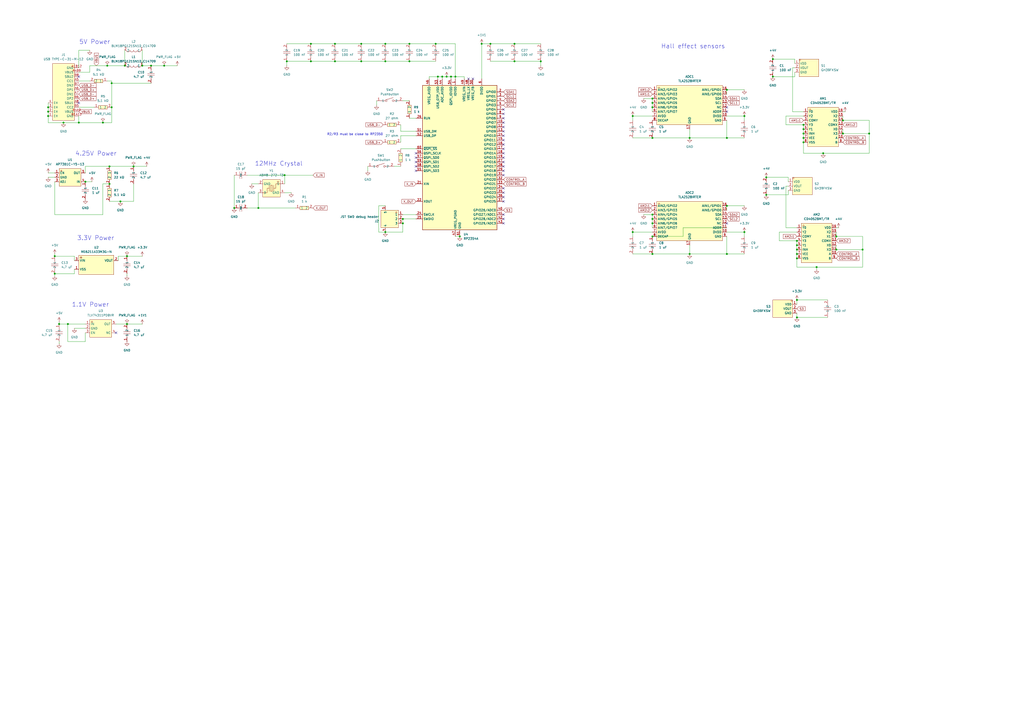
<source format=kicad_sch>
(kicad_sch (version 20250114) (generator "eeschema") (generator_version "9.0")
  (paper "A2")
  (title_block (title "https://github.com/DumpsterDoofus/keyboard_accordion"))
  (text "R2/R3 must be close to RP2350\n" (at 189.738 78.74 0) (effects (font (size 1.27 1.27)) (justify left bottom)))
  (text "4.25V Power" (at 43.688 90.678 0) (effects (font (size 2.54 2.54)) (justify left bottom)))
  (text "5V Power" (at 45.974 25.908 0) (effects (font (size 2.54 2.54)) (justify left bottom)))
  (text "3.3V Power" (at 44.704 139.7 0) (effects (font (size 2.54 2.54)) (justify left bottom)))
  (text "12MHz Crystal" (at 147.828 96.52 0) (effects (font (size 2.54 2.54)) (justify left bottom)))
  (text "Hall effect sensors" (at 383.54 28.448 0) (effects (font (size 2.54 2.54)) (justify left bottom)))
  (text "1.1V Power" (at 41.656 178.308 0) (effects (font (size 2.54 2.54)) (justify left bottom)))
  (junction (at 378.46 59.69))
  (junction (at 27.94 64.77))
  (junction (at 466.09 74.93))
  (junction (at 500.38 144.78))
  (junction (at 45.72 71.12))
  (junction (at 261.62 44.45))
  (junction (at 466.09 77.47))
  (junction (at 421.64 52.07))
  (junction (at 485.14 144.78))
  (junction (at 209.55 25.4))
  (junction (at 27.94 62.23))
  (junction (at 477.52 88.9))
  (junction (at 444.5 113.03))
  (junction (at 284.48 25.4))
  (junction (at 31.75 148.59))
  (junction (at 34.29 187.96))
  (junction (at 180.34 35.56))
  (junction (at 466.09 72.39))
  (junction (at 462.28 144.78))
  (junction (at 264.16 44.45))
  (junction (at 237.49 35.56))
  (junction (at 194.31 25.4))
  (junction (at 233.68 127))
  (junction (at 504.19 77.47))
  (junction (at 462.28 139.7))
  (junction (at 378.46 80.01))
  (junction (at 69.85 116.84))
  (junction (at 180.34 25.4))
  (junction (at 149.86 120.65))
  (junction (at 72.39 38.1))
  (junction (at 431.8 134.62))
  (junction (at 462.28 142.24))
  (junction (at 209.55 35.56))
  (junction (at 223.52 35.56))
  (junction (at 378.46 57.15))
  (junction (at 73.66 187.96))
  (junction (at 39.37 187.96))
  (junction (at 259.08 44.45))
  (junction (at 64.77 48.26))
  (junction (at 462.28 147.32))
  (junction (at 462.28 184.15))
  (junction (at 378.46 62.23))
  (junction (at 64.77 62.23))
  (junction (at 448.31 34.29))
  (junction (at 63.5 96.52))
  (junction (at 466.09 82.55))
  (junction (at 485.14 137.16))
  (junction (at 266.7 137.16))
  (junction (at 313.69 35.56))
  (junction (at 378.46 137.16))
  (junction (at 473.71 154.94))
  (junction (at 298.45 35.56))
  (junction (at 77.47 96.52))
  (junction (at 378.46 147.32))
  (junction (at 298.45 25.4))
  (junction (at 194.31 35.56))
  (junction (at 444.5 102.87))
  (junction (at 367.03 67.31))
  (junction (at 27.94 67.31))
  (junction (at 36.83 71.12))
  (junction (at 421.64 147.32))
  (junction (at 237.49 25.4))
  (junction (at 95.25 38.1))
  (junction (at 378.46 124.46))
  (junction (at 254 44.45))
  (junction (at 223.52 25.4))
  (junction (at 279.4 25.4))
  (junction (at 448.31 44.45))
  (junction (at 31.75 158.75))
  (junction (at 59.69 71.12))
  (junction (at 462.28 173.99))
  (junction (at 462.28 149.86))
  (junction (at 378.46 129.54))
  (junction (at 252.73 25.4))
  (junction (at 488.95 77.47))
  (junction (at 431.8 67.31))
  (junction (at 166.37 35.56))
  (junction (at 256.54 44.45))
  (junction (at 82.55 38.1))
  (junction (at 63.5 106.68))
  (junction (at 466.09 80.01))
  (junction (at 367.03 134.62))
  (junction (at 223.52 134.62))
  (junction (at 165.1 101.6))
  (junction (at 400.05 147.32))
  (junction (at 73.66 148.59))
  (junction (at 49.53 105.41))
  (junction (at 135.89 120.65))
  (junction (at 488.95 69.85))
  (junction (at 378.46 127))
  (junction (at 421.64 119.38))
  (junction (at 421.64 80.01))
  (junction (at 400.05 80.01))
  (junction (at 87.63 38.1))
  (junction (at 233.68 129.54))
  (junction (at 62.23 38.1))
  (no_connect (at 292.1 81.28))
  (no_connect (at 292.1 78.74))
  (no_connect (at 292.1 73.66))
  (no_connect (at 292.1 116.84))
  (no_connect (at 292.1 127))
  (no_connect (at 292.1 83.82))
  (no_connect (at 292.1 96.52))
  (no_connect (at 292.1 99.06))
  (no_connect (at 421.64 129.54))
  (no_connect (at 292.1 66.04))
  (no_connect (at 241.3 93.98))
  (no_connect (at 292.1 129.54))
  (no_connect (at 292.1 63.5))
  (no_connect (at 241.3 96.52))
  (no_connect (at 292.1 91.44))
  (no_connect (at 421.64 62.23))
  (no_connect (at 292.1 101.6))
  (no_connect (at 292.1 93.98))
  (no_connect (at 292.1 109.22))
  (no_connect (at 241.3 91.44))
  (no_connect (at 292.1 111.76))
  (no_connect (at 421.64 64.77))
  (no_connect (at 45.72 59.69))
  (no_connect (at 292.1 71.12))
  (no_connect (at 292.1 86.36))
  (no_connect (at 271.78 45.72))
  (no_connect (at 292.1 76.2))
  (no_connect (at 292.1 88.9))
  (no_connect (at 274.32 45.72))
  (no_connect (at 241.3 88.9))
  (no_connect (at 241.3 99.06))
  (no_connect (at 67.31 193.04))
  (no_connect (at 292.1 68.58))
  (no_connect (at 292.1 124.46))
  (no_connect (at 45.72 44.45))
  (no_connect (at 292.1 114.3))
  (wire (pts (xy 504.19 69.85) (xy 488.95 69.85)))
  (wire (pts (xy 466.09 74.93) (xy 466.09 77.47)))
  (wire (pts (xy 59.69 106.68) (xy 63.5 106.68)))
  (wire (pts (xy 62.23 38.1) (xy 72.39 38.1)))
  (wire (pts (xy 378.46 129.54) (xy 378.46 132.08)))
  (wire (pts (xy 223.52 35.56) (xy 237.49 35.56)))
  (wire (pts (xy 31.75 147.32) (xy 31.75 148.59)))
  (wire (pts (xy 367.03 134.62) (xy 378.46 134.62)))
  (wire (pts (xy 166.37 25.4) (xy 180.34 25.4)))
  (wire (pts (xy 462.28 181.61) (xy 462.28 184.15)))
  (wire (pts (xy 59.69 124.46) (xy 59.69 106.68)))
  (wire (pts (xy 237.49 25.4) (xy 252.73 25.4)))
  (wire (pts (xy 64.77 46.99) (xy 64.77 48.26)))
  (wire (pts (xy 67.31 187.96) (xy 73.66 187.96)))
  (wire (pts (xy 43.18 151.13) (xy 43.18 148.59)))
  (wire (pts (xy 62.23 46.99) (xy 64.77 46.99)))
  (wire (pts (xy 378.46 62.23) (xy 378.46 64.77)))
  (wire (pts (xy 59.69 71.12) (xy 45.72 71.12)))
  (wire (pts (xy 452.12 134.62) (xy 462.28 134.62)))
  (wire (pts (xy 166.37 35.56) (xy 166.37 38.1)))
  (wire (pts (xy 233.68 127) (xy 241.3 127)))
  (wire (pts (xy 284.48 25.4) (xy 298.45 25.4)))
  (wire (pts (xy 54.61 62.23) (xy 45.72 62.23)))
  (wire (pts (xy 477.52 88.9) (xy 504.19 88.9)))
  (wire (pts (xy 455.93 132.08) (xy 462.28 132.08)))
  (wire (pts (xy 421.64 52.07) (xy 421.64 54.61)))
  (wire (pts (xy 165.1 101.6) (xy 143.51 101.6)))
  (wire (pts (xy 135.89 101.6) (xy 135.89 120.65)))
  (wire (pts (xy 232.41 86.36) (xy 241.3 86.36)))
  (wire (pts (xy 279.4 25.4) (xy 279.4 45.72)))
  (wire (pts (xy 43.18 148.59) (xy 31.75 148.59)))
  (wire (pts (xy 232.41 76.2) (xy 232.41 72.39)))
  (wire (pts (xy 378.46 124.46) (xy 378.46 127)))
  (wire (pts (xy 39.37 198.12) (xy 39.37 187.96)))
  (wire (pts (xy 421.64 80.01) (xy 400.05 80.01)))
  (wire (pts (xy 259.08 44.45) (xy 261.62 44.45)))
  (wire (pts (xy 82.55 187.96) (xy 73.66 187.96)))
  (wire (pts (xy 485.14 134.62) (xy 485.14 137.16)))
  (wire (pts (xy 367.03 67.31) (xy 378.46 67.31)))
  (wire (pts (xy 34.29 187.96) (xy 39.37 187.96)))
  (wire (pts (xy 223.52 119.38) (xy 219.71 119.38)))
  (wire (pts (xy 298.45 25.4) (xy 313.69 25.4)))
  (wire (pts (xy 49.53 198.12) (xy 39.37 198.12)))
  (wire (pts (xy 52.07 46.99) (xy 45.72 46.99)))
  (wire (pts (xy 219.71 134.62) (xy 223.52 134.62)))
  (wire (pts (xy 367.03 80.01) (xy 378.46 80.01)))
  (wire (pts (xy 209.55 25.4) (xy 223.52 25.4)))
  (wire (pts (xy 457.2 110.49) (xy 457.2 113.03)))
  (wire (pts (xy 45.72 71.12) (xy 36.83 71.12)))
  (wire (pts (xy 504.19 88.9) (xy 504.19 77.47)))
  (wire (pts (xy 256.54 44.45) (xy 259.08 44.45)))
  (wire (pts (xy 45.72 41.91) (xy 52.07 41.91)))
  (wire (pts (xy 459.74 39.37) (xy 459.74 64.77)))
  (wire (pts (xy 233.68 129.54) (xy 233.68 134.62)))
  (wire (pts (xy 367.03 134.62) (xy 367.03 137.16)))
  (wire (pts (xy 87.63 38.1) (xy 95.25 38.1)))
  (wire (pts (xy 45.72 67.31) (xy 45.72 71.12)))
  (wire (pts (xy 452.12 139.7) (xy 452.12 134.62)))
  (wire (pts (xy 209.55 35.56) (xy 223.52 35.56)))
  (wire (pts (xy 31.75 100.33) (xy 27.94 100.33)))
  (wire (pts (xy 466.09 88.9) (xy 466.09 82.55)))
  (wire (pts (xy 455.93 72.39) (xy 466.09 72.39)))
  (wire (pts (xy 421.64 119.38) (xy 431.8 119.38)))
  (wire (pts (xy 378.46 59.69) (xy 378.46 62.23)))
  (wire (pts (xy 284.48 35.56) (xy 298.45 35.56)))
  (wire (pts (xy 421.64 67.31) (xy 431.8 67.31)))
  (wire (pts (xy 461.01 41.91) (xy 461.01 44.45)))
  (wire (pts (xy 462.28 149.86) (xy 462.28 147.32)))
  (wire (pts (xy 228.6 96.52) (xy 232.41 96.52)))
  (wire (pts (xy 480.06 184.15) (xy 462.28 184.15)))
  (wire (pts (xy 52.07 41.91) (xy 52.07 38.1)))
  (wire (pts (xy 45.72 29.21) (xy 45.72 39.37)))
  (wire (pts (xy 504.19 77.47) (xy 504.19 69.85)))
  (wire (pts (xy 77.47 116.84) (xy 69.85 116.84)))
  (wire (pts (xy 421.64 52.07) (xy 431.8 52.07)))
  (wire (pts (xy 36.83 71.12) (xy 27.94 71.12)))
  (wire (pts (xy 237.49 68.58) (xy 241.3 68.58)))
  (wire (pts (xy 378.46 137.16) (xy 396.24 137.16)))
  (wire (pts (xy 378.46 147.32) (xy 400.05 147.32)))
  (wire (pts (xy 367.03 67.31) (xy 367.03 69.85)))
  (wire (pts (xy 466.09 82.55) (xy 466.09 80.01)))
  (wire (pts (xy 473.71 154.94) (xy 500.38 154.94)))
  (wire (pts (xy 431.8 67.31) (xy 431.8 69.85)))
  (wire (pts (xy 64.77 71.12) (xy 59.69 71.12)))
  (wire (pts (xy 241.3 76.2) (xy 232.41 76.2)))
  (wire (pts (xy 166.37 35.56) (xy 180.34 35.56)))
  (wire (pts (xy 367.03 147.32) (xy 378.46 147.32)))
  (wire (pts (xy 31.75 160.02) (xy 31.75 158.75)))
  (wire (pts (xy 462.28 142.24) (xy 462.28 144.78)))
  (wire (pts (xy 462.28 147.32) (xy 462.28 144.78)))
  (wire (pts (xy 444.5 102.87) (xy 457.2 102.87)))
  (wire (pts (xy 233.68 58.42) (xy 237.49 58.42)))
  (wire (pts (xy 180.34 25.4) (xy 194.31 25.4)))
  (wire (pts (xy 64.77 62.23) (xy 64.77 71.12)))
  (wire (pts (xy 378.46 57.15) (xy 378.46 59.69)))
  (wire (pts (xy 298.45 35.56) (xy 313.69 35.56)))
  (wire (pts (xy 455.93 67.31) (xy 455.93 72.39)))
  (wire (pts (xy 421.64 134.62) (xy 431.8 134.62)))
  (wire (pts (xy 73.66 158.75) (xy 73.66 160.02)))
  (wire (pts (xy 448.31 34.29) (xy 461.01 34.29)))
  (wire (pts (xy 264.16 25.4) (xy 264.16 44.45)))
  (wire (pts (xy 31.75 102.87) (xy 27.94 102.87)))
  (wire (pts (xy 82.55 148.59) (xy 73.66 148.59)))
  (wire (pts (xy 219.71 119.38) (xy 219.71 134.62)))
  (wire (pts (xy 233.68 127) (xy 233.68 129.54)))
  (wire (pts (xy 500.38 144.78) (xy 500.38 137.16)))
  (wire (pts (xy 254 44.45) (xy 256.54 44.45)))
  (wire (pts (xy 378.46 127) (xy 378.46 129.54)))
  (wire (pts (xy 462.28 139.7) (xy 462.28 142.24)))
  (wire (pts (xy 39.37 187.96) (xy 49.53 187.96)))
  (wire (pts (xy 241.3 78.74) (xy 232.41 78.74)))
  (wire (pts (xy 421.64 80.01) (xy 431.8 80.01)))
  (wire (pts (xy 313.69 35.56) (xy 313.69 38.1)))
  (wire (pts (xy 194.31 25.4) (xy 209.55 25.4)))
  (wire (pts (xy 149.86 120.65) (xy 143.51 120.65)))
  (wire (pts (xy 31.75 105.41) (xy 31.75 124.46)))
  (wire (pts (xy 480.06 173.99) (xy 462.28 173.99)))
  (wire (pts (xy 462.28 139.7) (xy 452.12 139.7)))
  (wire (pts (xy 466.09 67.31) (xy 455.93 67.31)))
  (wire (pts (xy 43.18 158.75) (xy 31.75 158.75)))
  (wire (pts (xy 504.19 77.47) (xy 488.95 77.47)))
  (wire (pts (xy 165.1 101.6) (xy 181.61 101.6)))
  (wire (pts (xy 457.2 102.87) (xy 457.2 105.41)))
  (wire (pts (xy 72.39 29.21) (xy 72.39 38.1)))
  (wire (pts (xy 49.53 193.04) (xy 49.53 198.12)))
  (wire (pts (xy 233.68 124.46) (xy 241.3 124.46)))
  (wire (pts (xy 68.58 151.13) (xy 68.58 148.59)))
  (wire (pts (xy 63.5 96.52) (xy 77.47 96.52)))
  (wire (pts (xy 462.28 173.99) (xy 462.28 176.53)))
  (wire (pts (xy 49.53 96.52) (xy 63.5 96.52)))
  (wire (pts (xy 264.16 137.16) (xy 266.7 137.16)))
  (wire (pts (xy 462.28 154.94) (xy 462.28 149.86)))
  (wire (pts (xy 466.09 88.9) (xy 477.52 88.9)))
  (wire (pts (xy 264.16 44.45) (xy 269.24 44.45)))
  (wire (pts (xy 254 45.72) (xy 254 44.45)))
  (wire (pts (xy 232.41 78.74) (xy 232.41 82.55)))
  (wire (pts (xy 43.18 190.5) (xy 49.53 190.5)))
  (wire (pts (xy 488.95 74.93) (xy 488.95 77.47)))
  (wire (pts (xy 52.07 38.1) (xy 62.23 38.1)))
  (wire (pts (xy 168.91 111.76) (xy 165.1 111.76)))
  (wire (pts (xy 248.92 45.72) (xy 248.92 44.45)))
  (wire (pts (xy 466.09 80.01) (xy 466.09 77.47)))
  (wire (pts (xy 149.86 111.76) (xy 149.86 120.65)))
  (wire (pts (xy 31.75 124.46) (xy 59.69 124.46)))
  (wire (pts (xy 373.38 124.46) (xy 378.46 124.46)))
  (wire (pts (xy 87.63 48.26) (xy 64.77 48.26)))
  (wire (pts (xy 485.14 142.24) (xy 485.14 144.78)))
  (wire (pts (xy 269.24 44.45) (xy 269.24 45.72)))
  (wire (pts (xy 455.93 107.95) (xy 455.93 132.08)))
  (wire (pts (xy 396.24 132.08) (xy 396.24 137.16)))
  (wire (pts (xy 459.74 64.77) (xy 466.09 64.77)))
  (wire (pts (xy 421.64 147.32) (xy 400.05 147.32)))
  (wire (pts (xy 218.44 58.42) (xy 218.44 60.96)))
  (wire (pts (xy 82.55 38.1) (xy 87.63 38.1)))
  (wire (pts (xy 485.14 132.08) (xy 486.41 132.08)))
  (wire (pts (xy 421.64 69.85) (xy 421.64 80.01)))
  (wire (pts (xy 261.62 44.45) (xy 264.16 44.45)))
  (wire (pts (xy 95.25 38.1) (xy 102.87 38.1)))
  (wire (pts (xy 400.05 147.32) (xy 400.05 142.24)))
  (wire (pts (xy 400.05 80.01) (xy 400.05 74.93)))
  (wire (pts (xy 466.09 72.39) (xy 466.09 74.93)))
  (wire (pts (xy 77.47 106.68) (xy 77.47 116.84)))
  (wire (pts (xy 49.53 105.41) (xy 53.34 105.41)))
  (wire (pts (xy 64.77 48.26) (xy 64.77 62.23)))
  (wire (pts (xy 248.92 44.45) (xy 254 44.45)))
  (wire (pts (xy 252.73 25.4) (xy 264.16 25.4)))
  (wire (pts (xy 444.5 113.03) (xy 457.2 113.03)))
  (wire (pts (xy 233.68 134.62) (xy 223.52 134.62)))
  (wire (pts (xy 448.31 44.45) (xy 461.01 44.45)))
  (wire (pts (xy 223.52 25.4) (xy 237.49 25.4)))
  (wire (pts (xy 431.8 134.62) (xy 431.8 137.16)))
  (wire (pts (xy 461.01 34.29) (xy 461.01 36.83)))
  (wire (pts (xy 63.5 116.84) (xy 69.85 116.84)))
  (wire (pts (xy 421.64 132.08) (xy 396.24 132.08)))
  (wire (pts (xy 34.29 186.69) (xy 34.29 187.96)))
  (wire (pts (xy 213.36 99.06) (xy 213.36 96.52)))
  (wire (pts (xy 27.94 71.12) (xy 27.94 67.31)))
  (wire (pts (xy 488.95 67.31) (xy 488.95 69.85)))
  (wire (pts (xy 237.49 35.56) (xy 252.73 35.56)))
  (wire (pts (xy 77.47 96.52) (xy 85.09 96.52)))
  (wire (pts (xy 165.1 106.68) (xy 165.1 101.6)))
  (wire (pts (xy 421.64 137.16) (xy 421.64 147.32)))
  (wire (pts (xy 256.54 44.45) (xy 256.54 45.72)))
  (wire (pts (xy 146.05 106.68) (xy 149.86 106.68)))
  (wire (pts (xy 373.38 57.15) (xy 378.46 57.15)))
  (wire (pts (xy 378.46 80.01) (xy 400.05 80.01)))
  (wire (pts (xy 180.34 35.56) (xy 194.31 35.56)))
  (wire (pts (xy 473.71 156.21) (xy 473.71 154.94)))
  (wire (pts (xy 194.31 35.56) (xy 209.55 35.56)))
  (wire (pts (xy 43.18 156.21) (xy 43.18 158.75)))
  (wire (pts (xy 455.93 107.95) (xy 457.2 107.95)))
  (wire (pts (xy 488.95 64.77) (xy 490.22 64.77)))
  (wire (pts (xy 27.94 62.23) (xy 27.94 64.77)))
  (wire (pts (xy 261.62 44.45) (xy 261.62 45.72)))
  (wire (pts (xy 49.53 100.33) (xy 49.53 96.52)))
  (wire (pts (xy 459.74 39.37) (xy 461.01 39.37)))
  (wire (pts (xy 82.55 29.21) (xy 82.55 38.1)))
  (wire (pts (xy 421.64 119.38) (xy 421.64 121.92)))
  (wire (pts (xy 500.38 137.16) (xy 485.14 137.16)))
  (wire (pts (xy 264.16 44.45) (xy 264.16 45.72)))
  (wire (pts (xy 52.07 29.21) (xy 45.72 29.21)))
  (wire (pts (xy 149.86 120.65) (xy 171.45 120.65)))
  (wire (pts (xy 279.4 25.4) (xy 284.48 25.4)))
  (wire (pts (xy 27.94 64.77) (xy 27.94 67.31)))
  (wire (pts (xy 68.58 148.59) (xy 73.66 148.59)))
  (wire (pts (xy 500.38 154.94) (xy 500.38 144.78)))
  (wire (pts (xy 27.94 59.69) (xy 27.94 62.23)))
  (wire (pts (xy 473.71 154.94) (xy 462.28 154.94)))
  (wire (pts (xy 500.38 144.78) (xy 485.14 144.78)))
  (wire (pts (xy 421.64 147.32) (xy 431.8 147.32)))
  (wire (pts (xy 34.29 199.39) (xy 34.29 198.12)))
  (global_label "X_IN" (shape input) (at 241.3 106.68 180) (property "Intersheetrefs" "${INTERSHEET_REFS}" (effects (hide yes))))
  (global_label "SDA1" (shape input) (at 292.1 53.34 0) (property "Intersheetrefs" "${INTERSHEET_REFS}" (effects (hide yes))))
  (global_label "VBUS" (shape input) (at 55.88 38.1 90) (property "Intersheetrefs" "${INTERSHEET_REFS}" (effects (hide yes))))
  (global_label "USB_D-" (shape input) (at 45.72 49.53 0) (property "Intersheetrefs" "${INTERSHEET_REFS}" (effects (hide yes))))
  (global_label "USB_D-" (shape input) (at 222.25 72.39 180) (property "Intersheetrefs" "${INTERSHEET_REFS}" (effects (hide yes))))
  (global_label "AM1:2" (shape input) (at 488.95 72.39 0) (property "Intersheetrefs" "${INTERSHEET_REFS}" (effects (hide yes))))
  (global_label "X_OUT" (shape input) (at 241.3 116.84 180) (property "Intersheetrefs" "${INTERSHEET_REFS}" (effects (hide yes))))
  (global_label "X_IN" (shape input) (at 181.61 101.6 0) (property "Intersheetrefs" "${INTERSHEET_REFS}" (effects (hide yes))))
  (global_label "CONTROL_A" (shape input) (at 292.1 104.14 0) (property "Intersheetrefs" "${INTERSHEET_REFS}" (effects (hide yes))))
  (global_label "CONTROL_B" (shape input) (at 485.14 149.86 0) (property "Intersheetrefs" "${INTERSHEET_REFS}" (effects (hide yes))))
  (global_label "X_OUT" (shape input) (at 181.61 120.65 0) (property "Intersheetrefs" "${INTERSHEET_REFS}" (effects (hide yes))))
  (global_label "AM1:2" (shape input) (at 378.46 52.07 180) (property "Intersheetrefs" "${INTERSHEET_REFS}" (effects (hide yes))))
  (global_label "USB_D+" (shape input) (at 45.72 52.07 0) (property "Intersheetrefs" "${INTERSHEET_REFS}" (effects (hide yes))))
  (global_label "AM2:2" (shape input) (at 378.46 121.92 180) (property "Intersheetrefs" "${INTERSHEET_REFS}" (effects (hide yes))))
  (global_label "AM2:1" (shape input) (at 462.28 137.16 180) (property "Intersheetrefs" "${INTERSHEET_REFS}" (effects (hide yes))))
  (global_label "SDA2" (shape input) (at 292.1 58.42 0) (property "Intersheetrefs" "${INTERSHEET_REFS}" (effects (hide yes))))
  (global_label "S3" (shape input) (at 292.1 121.92 0) (property "Intersheetrefs" "${INTERSHEET_REFS}" (effects (hide yes))))
  (global_label "USB_D-" (shape input) (at 45.72 54.61 0) (property "Intersheetrefs" "${INTERSHEET_REFS}" (effects (hide yes))))
  (global_label "AM2:2" (shape input) (at 485.14 139.7 0) (property "Intersheetrefs" "${INTERSHEET_REFS}" (effects (hide yes))))
  (global_label "SDA1" (shape input) (at 421.64 57.15 0) (property "Intersheetrefs" "${INTERSHEET_REFS}" (effects (hide yes))))
  (global_label "SCL2" (shape input) (at 292.1 60.96 0) (property "Intersheetrefs" "${INTERSHEET_REFS}" (effects (hide yes))))
  (global_label "AM1:1" (shape input) (at 378.46 54.61 180) (property "Intersheetrefs" "${INTERSHEET_REFS}" (effects (hide yes))))
  (global_label "USB_D+" (shape input) (at 222.25 82.55 180) (property "Intersheetrefs" "${INTERSHEET_REFS}" (effects (hide yes))))
  (global_label "VBUS" (shape input) (at 45.72 64.77 0) (property "Intersheetrefs" "${INTERSHEET_REFS}" (effects (hide yes))))
  (global_label "S3" (shape input) (at 462.28 179.07 0) (property "Intersheetrefs" "${INTERSHEET_REFS}" (effects (hide yes))))
  (global_label "SCL1" (shape input) (at 421.64 59.69 0) (property "Intersheetrefs" "${INTERSHEET_REFS}" (effects (hide yes))))
  (global_label "SDA2" (shape input) (at 421.64 124.46 0) (property "Intersheetrefs" "${INTERSHEET_REFS}" (effects (hide yes))))
  (global_label "AM1:1" (shape input) (at 466.09 69.85 180) (property "Intersheetrefs" "${INTERSHEET_REFS}" (effects (hide yes))))
  (global_label "SCL2" (shape input) (at 421.64 127 0) (property "Intersheetrefs" "${INTERSHEET_REFS}" (effects (hide yes))))
  (global_label "CONTROL_A" (shape input) (at 485.14 147.32 0) (property "Intersheetrefs" "${INTERSHEET_REFS}" (effects (hide yes))))
  (global_label "USB_D+" (shape input) (at 45.72 57.15 0) (property "Intersheetrefs" "${INTERSHEET_REFS}" (effects (hide yes))))
  (global_label "CONTROL_B" (shape input) (at 488.95 82.55 0) (property "Intersheetrefs" "${INTERSHEET_REFS}" (effects (hide yes))))
  (global_label "CONTROL_B" (shape input) (at 292.1 106.68 0) (property "Intersheetrefs" "${INTERSHEET_REFS}" (effects (hide yes))))
  (global_label "SCL1" (shape input) (at 292.1 55.88 0) (property "Intersheetrefs" "${INTERSHEET_REFS}" (effects (hide yes))))
  (global_label "CONTROL_A" (shape input) (at 488.95 80.01 0) (property "Intersheetrefs" "${INTERSHEET_REFS}" (effects (hide yes))))
  (global_label "AM2:1" (shape input) (at 378.46 119.38 180) (property "Intersheetrefs" "${INTERSHEET_REFS}" (effects (hide yes))))
  (symbol (lib_id "jlcpcb:0402WGF2202TCE") (at 63.5 101.6 270) (unit 1)
    (property "Reference" "R6" (at 66.04 100.3299 90) (effects (justify left)))
    (property "Value" "22 kΩ" (at 66.04 102.8699 90) (effects (justify left)))
    (property "Footprint" "jlcpcb:R0402" (effects (hide yes)))
    (property "Datasheet" "https://lcsc.com/product-detail/Chip-Resistor-Surface-Mount-UniOhm_22KR-2202-1_C25768.html" (effects (hide yes)))
    (property "LCSC Part" "C25768" (effects (hide yes)))
  )
  (symbol (lib_id "jlcpcb:CL05B104KO5NNNC") (at 313.69 30.48 270) (mirror x) (unit 1)
    (property "Reference" "C28" (at 317.5 29.2099 90) (effects (justify left)))
    (property "Value" "100 nF" (at 317.5 31.7499 90) (effects (justify left)))
    (property "Footprint" "jlcpcb:C0402" (effects (hide yes)))
    (property "Datasheet" "https://lcsc.com/product-detail/Multilayer-Ceramic-Capacitors-MLCC-SMD-SMT_SAMSUNG_CL05B104KO5NNNC_100nF-104-10-16V_C1525.html" (effects (hide yes)))
    (property "LCSC Part" "C1525" (effects (hide yes)))
  )
  (symbol (lib_id "power:PWR_FLAG") (at 73.66 187.96 0) (mirror y) (unit 1)
    (property "Reference" "#FLG04" (effects (hide yes)))
    (property "Value" "PWR_FLAG" (at 73.66 182.88 0))
    (property "Description" "Special symbol for telling ERC where power comes from" (effects (hide yes)))
  )
  (symbol (lib_id "power:+4V") (at 448.31 34.29 0) (unit 1)
    (property "Reference" "#PWR06" (effects (hide yes)))
    (property "Value" "+4V" (at 448.31 29.21 0))
    (property "Description" "Power symbol creates a global label with name \"+4V\"" (effects (hide yes)))
  )
  (symbol (lib_id "power:GND") (at 69.85 116.84 0) (unit 1)
    (property "Reference" "#PWR0164" (effects (hide yes)))
    (property "Value" "GND" (at 69.85 121.92 0))
    (property "Description" "Power symbol creates a global label with name \"GND\" , ground" (effects (hide yes)))
  )
  (symbol (lib_id "power:GND") (at 448.31 44.45 0) (unit 1)
    (property "Reference" "#PWR011" (effects (hide yes)))
    (property "Value" "GND" (at 448.31 49.53 0))
    (property "Description" "Power symbol creates a global label with name \"GND\" , ground" (effects (hide yes)))
  )
  (symbol (lib_id "power:GND") (at 135.89 120.65 0) (unit 1)
    (property "Reference" "#PWR0153" (effects (hide yes)))
    (property "Value" "GND" (at 135.89 125.73 0))
    (property "Description" "Power symbol creates a global label with name \"GND\" , ground" (effects (hide yes)))
  )
  (symbol (lib_id "power:+3.3V") (at 259.08 44.45 0) (unit 1)
    (property "Reference" "#PWR0182" (effects (hide yes)))
    (property "Value" "+3.3V" (at 259.08 39.37 0))
    (property "Description" "Power symbol creates a global label with name \"+3.3V\"" (effects (hide yes)))
  )
  (symbol (lib_id "power:GND") (at 49.53 115.57 0) (unit 1)
    (property "Reference" "#PWR0163" (effects (hide yes)))
    (property "Value" "GND" (at 49.53 120.65 0))
    (property "Description" "Power symbol creates a global label with name \"GND\" , ground" (effects (hide yes)))
  )
  (symbol (lib_id "jlcpcb:CL05B104KO5NNNC") (at 194.31 30.48 270) (mirror x) (unit 1)
    (property "Reference" "C21" (at 198.12 29.2099 90) (effects (justify left)))
    (property "Value" "100 nF" (at 198.12 31.7499 90) (effects (justify left)))
    (property "Footprint" "jlcpcb:C0402" (effects (hide yes)))
    (property "Datasheet" "https://lcsc.com/product-detail/Multilayer-Ceramic-Capacitors-MLCC-SMD-SMT_SAMSUNG_CL05B104KO5NNNC_100nF-104-10-16V_C1525.html" (effects (hide yes)))
    (property "LCSC Part" "C1525" (effects (hide yes)))
  )
  (symbol (lib_id "power:+4V") (at 85.09 96.52 0) (unit 1)
    (property "Reference" "#PWR0162" (effects (hide yes)))
    (property "Value" "+4V" (at 85.09 91.44 0))
    (property "Description" "Power symbol creates a global label with name \"+4V\"" (effects (hide yes)))
  )
  (symbol (lib_id "jlcpcb:CL05B104KO5NNNC") (at 284.48 30.48 270) (mirror x) (unit 1)
    (property "Reference" "C26" (at 288.29 29.2099 90) (effects (justify left)))
    (property "Value" "100 nF" (at 288.29 31.7499 90) (effects (justify left)))
    (property "Footprint" "jlcpcb:C0402" (effects (hide yes)))
    (property "Datasheet" "https://lcsc.com/product-detail/Multilayer-Ceramic-Capacitors-MLCC-SMD-SMT_SAMSUNG_CL05B104KO5NNNC_100nF-104-10-16V_C1525.html" (effects (hide yes)))
    (property "LCSC Part" "C1525" (effects (hide yes)))
  )
  (symbol (lib_id "power:GND") (at 213.36 99.06 0) (unit 1)
    (property "Reference" "#PWR0170" (effects (hide yes)))
    (property "Value" "GND" (at 213.36 104.14 0))
    (property "Description" "Power symbol creates a global label with name \"GND\" , ground" (effects (hide yes)))
  )
  (symbol (lib_id "power:GND") (at 400.05 80.01 0) (unit 1)
    (property "Reference" "#PWR0145" (effects (hide yes)))
    (property "Value" "GND" (at 400.05 85.09 0))
    (property "Description" "Power symbol creates a global label with name \"GND\" , ground" (effects (hide yes)))
  )
  (symbol (lib_id "jlcpcb:0402WGF270JTCE") (at 227.33 72.39 0) (unit 1)
    (property "Reference" "R2" (at 227.33 66.04 0))
    (property "Value" "27 ohm" (at 227.33 68.58 0))
    (property "Footprint" "jlcpcb:R0402" (effects (hide yes)))
    (property "Datasheet" "https://lcsc.com/product-detail/Chip-Resistor-Surface-Mount-UniOhm_27R-27R0-1_C25100.html" (effects (hide yes)))
    (property "LCSC Part" "C25100" (effects (hide yes)))
  )
  (symbol (lib_id "jlcpcb:0402WGF5101TCE") (at 59.69 62.23 0) (mirror x) (unit 1)
    (property "Reference" "R5" (at 59.69 55.88 0))
    (property "Value" "5.1 kΩ" (at 59.69 58.42 0))
    (property "Footprint" "jlcpcb:R0402" (effects (hide yes)))
    (property "Datasheet" "https://lcsc.com/product-detail/Chip-Resistor-Surface-Mount-UniOhm_5-1KR-5101-1_C25905.html" (effects (hide yes)))
    (property "LCSC Part" "C25905" (effects (hide yes)))
  )
  (symbol (lib_id "power:GND") (at 168.91 111.76 0) (unit 1)
    (property "Reference" "#PWR0152" (effects (hide yes)))
    (property "Value" "GND" (at 168.91 116.84 0))
    (property "Description" "Power symbol creates a global label with name \"GND\" , ground" (effects (hide yes)))
  )
  (symbol (lib_id "power:+5V") (at 53.34 105.41 0) (unit 1)
    (property "Reference" "#PWR0159" (effects (hide yes)))
    (property "Value" "+5V" (at 53.34 100.33 0))
    (property "Description" "Power symbol creates a global label with name \"+5V\"" (effects (hide yes)))
  )
  (symbol (lib_id "jlcpcb:0402CG150J500NT") (at 139.7 101.6 0) (unit 1)
    (property "Reference" "C17" (at 139.7 95.25 0))
    (property "Value" "15 pF" (at 139.7 97.79 0))
    (property "Footprint" "jlcpcb:C0402" (effects (hide yes)))
    (property "Datasheet" "https://lcsc.com/product-detail/Multilayer-Ceramic-Capacitors-MLCC-SMD-SMT_15pF-150-5-50V_C1548.html" (effects (hide yes)))
    (property "LCSC Part" "C1548" (effects (hide yes)))
  )
  (symbol (lib_id "jlcpcb:BLM18PG121SN1D_C14709") (at 77.47 38.1 0) (mirror y) (unit 1)
    (property "Reference" "L1" (at 77.47 33.02 0))
    (property "Value" "BLM18PG121SN1D_C14709" (at 77.47 35.56 0))
    (property "Footprint" "jlcpcb:L0603" (effects (hide yes)))
    (property "Datasheet" "https://lcsc.com/product-detail/Ferrite-Beads-And-Chips_MuRata_BLM18PG121SN1D_120R-25-at100MHz_C14709.html" (effects (hide yes)))
    (property "LCSC Part" "C14709" (effects (hide yes)))
  )
  (symbol (lib_id "power:+4V") (at 367.03 67.31 0) (unit 1)
    (property "Reference" "#PWR0146" (effects (hide yes)))
    (property "Value" "+4V" (at 367.03 62.23 0))
    (property "Description" "Power symbol creates a global label with name \"+4V\"" (effects (hide yes)))
  )
  (symbol (lib_id "jlcpcb:SM03B-SRSS-TB(LF)(SN)(P)") (at 228.6 127 0) (mirror y) (unit 1)
    (property "Reference" "J2" (at 219.71 128.2701 0) (effects (justify left)))
    (property "Value" "JST SWD debug header" (at 219.71 125.7301 0) (effects (justify left)))
    (property "Footprint" "jlcpcb:CONN-SMD_SM03B-SRSS-TB-LF-SN-P" (effects (hide yes)))
    (property "Datasheet" "https://lcsc.com/product-detail/Others_JST-Sales-America__JST-Sales-America-SM03B-SRSS-TB-LF-SN-P_C160403.html" (effects (hide yes)))
    (property "LCSC Part" "C160403" (effects (hide yes)))
  )
  (symbol (lib_id "jlcpcb:CL05B104KO5NNNC") (at 252.73 30.48 270) (mirror x) (unit 1)
    (property "Reference" "C25" (at 256.54 29.2099 90) (effects (justify left)))
    (property "Value" "100 nF" (at 256.54 31.7499 90) (effects (justify left)))
    (property "Footprint" "jlcpcb:C0402" (effects (hide yes)))
    (property "Datasheet" "https://lcsc.com/product-detail/Multilayer-Ceramic-Capacitors-MLCC-SMD-SMT_SAMSUNG_CL05B104KO5NNNC_100nF-104-10-16V_C1525.html" (effects (hide yes)))
    (property "LCSC Part" "C1525" (effects (hide yes)))
  )
  (symbol (lib_id "jlcpcb:CD4052BMT_TR") (at 473.71 140.97 0) (unit 1)
    (property "Reference" "AM2" (at 473.71 124.46 0))
    (property "Value" "CD4052BMT/TR" (at 473.71 127 0))
    (property "Footprint" "jlcpcb:TSSOP-16_L5.0-W4.4-P0.65-LS6.4-BL" (effects (hide yes)))
    (property "LCSC Part" "C3007952" (effects (hide yes)))
  )
  (symbol (lib_id "jlcpcb:0402WGF270JTCE") (at 227.33 82.55 0) (unit 1)
    (property "Reference" "R3" (at 227.33 76.2 0))
    (property "Value" "27 ohm" (at 227.33 78.74 0))
    (property "Footprint" "jlcpcb:R0402" (effects (hide yes)))
    (property "Datasheet" "https://lcsc.com/product-detail/Chip-Resistor-Surface-Mount-UniOhm_27R-27R0-1_C25100.html" (effects (hide yes)))
    (property "LCSC Part" "C25100" (effects (hide yes)))
  )
  (symbol (lib_id "jlcpcb:TYPE-C-31-M-12") (at 36.83 53.34 0) (mirror y) (unit 1)
    (property "Reference" "J1" (at 36.83 31.75 0))
    (property "Value" "USB TYPE-C-31-M-12" (at 36.83 34.29 0))
    (property "Footprint" "jlcpcb:USB-C_SMD-TYPE-C-31-M-12_1" (effects (hide yes)))
    (property "Datasheet" "https://lcsc.com/product-detail/USB-Type-C_Korean-Hroparts-Elec-TYPE-C-31-M-12_C165948.html" (effects (hide yes)))
    (property "LCSC Part" "C165948" (effects (hide yes)))
  )
  (symbol (lib_id "jlcpcb:CL05B104KO5NNNC") (at 444.5 107.95 90) (unit 1)
    (property "Reference" "C2" (at 448.31 106.6799 90) (effects (justify right)))
    (property "Value" "100 nF" (at 448.31 109.2199 90) (effects (justify right)))
    (property "Footprint" "jlcpcb:C0402" (effects (hide yes)))
    (property "Datasheet" "https://lcsc.com/product-detail/Multilayer-Ceramic-Capacitors-MLCC-SMD-SMT_SAMSUNG_CL05B104KO5NNNC_100nF-104-10-16V_C1525.html" (effects (hide yes)))
    (property "LCSC Part" "C1525" (effects (hide yes)))
  )
  (symbol (lib_id "jlcpcb:GH39FKSW") (at 457.2 179.07 0) (mirror y) (unit 1)
    (property "Reference" "S3" (at 447.04 177.7999 0) (effects (justify left)))
    (property "Value" "GH39FKSW" (at 447.04 180.3399 0) (effects (justify left)))
    (property "Footprint" "jlcpcb:SOT-23-3_L2.9-W1.3-P1.90-LS2.4-BR" (effects (hide yes)))
    (property "Datasheet" "https://lcsc.com/product-detail/Sensors_GoChip-Elec-Tech-Shanghai-GH39FKSW_C266230.html" (effects (hide yes)))
    (property "LCSC Part" "C266230" (effects (hide yes)))
  )
  (symbol (lib_id "power:PWR_FLAG") (at 59.69 71.12 0) (mirror y) (unit 1)
    (property "Reference" "#FLG06" (effects (hide yes)))
    (property "Value" "PWR_FLAG" (at 59.69 66.04 0))
    (property "Description" "Special symbol for telling ERC where power comes from" (effects (hide yes)))
  )
  (symbol (lib_id "jlcpcb:0402CG150J500NT") (at 139.7 120.65 0) (unit 1)
    (property "Reference" "C18" (at 139.7 114.3 0))
    (property "Value" "15 pF" (at 139.7 116.84 0))
    (property "Footprint" "jlcpcb:C0402" (effects (hide yes)))
    (property "Datasheet" "https://lcsc.com/product-detail/Multilayer-Ceramic-Capacitors-MLCC-SMD-SMT_15pF-150-5-50V_C1548.html" (effects (hide yes)))
    (property "LCSC Part" "C1548" (effects (hide yes)))
  )
  (symbol (lib_id "jlcpcb:TLA2528IRTER") (at 400.05 129.54 0) (unit 1)
    (property "Reference" "ADC2" (at 400.05 111.76 0))
    (property "Value" "TLA2528IRTER" (at 400.05 114.3 0))
    (property "Footprint" "jlcpcb:WQFN-16_L3.0-W3.0-P0.50-TL-EP1.7" (effects (hide yes)))
    (property "LCSC Part" "C2866175" (effects (hide yes)))
  )
  (symbol (lib_id "jlcpcb:0402WGF5101TCE") (at 63.5 111.76 270) (unit 1)
    (property "Reference" "R7" (at 66.04 110.4899 90) (effects (justify left)))
    (property "Value" "5.1 kΩ" (at 66.04 113.0299 90) (effects (justify left)))
    (property "Footprint" "jlcpcb:R0402" (effects (hide yes)))
    (property "Datasheet" "https://lcsc.com/product-detail/Chip-Resistor-Surface-Mount-UniOhm_5-1KR-5101-1_C25905.html" (effects (hide yes)))
    (property "LCSC Part" "C25905" (effects (hide yes)))
  )
  (symbol (lib_id "power:GND") (at 444.5 113.03 0) (unit 1)
    (property "Reference" "#PWR074" (effects (hide yes)))
    (property "Value" "GND" (at 444.5 118.11 0))
    (property "Description" "Power symbol creates a global label with name \"GND\" , ground" (effects (hide yes)))
  )
  (symbol (lib_id "power:GND") (at 36.83 71.12 0) (mirror y) (unit 1)
    (property "Reference" "#PWR0154" (effects (hide yes)))
    (property "Value" "GND" (at 36.83 76.2 0))
    (property "Description" "Power symbol creates a global label with name \"GND\" , ground" (effects (hide yes)))
  )
  (symbol (lib_id "jlcpcb:CL05B104KO5NNNC") (at 448.31 39.37 90) (unit 1)
    (property "Reference" "C1" (at 452.12 38.0999 90) (effects (justify right)))
    (property "Value" "100 nF" (at 452.12 40.6399 90) (effects (justify right)))
    (property "Footprint" "jlcpcb:C0402" (effects (hide yes)))
    (property "Datasheet" "https://lcsc.com/product-detail/Multilayer-Ceramic-Capacitors-MLCC-SMD-SMT_SAMSUNG_CL05B104KO5NNNC_100nF-104-10-16V_C1525.html" (effects (hide yes)))
    (property "LCSC Part" "C1525" (effects (hide yes)))
  )
  (symbol (lib_id "jlcpcb:0402WGF5101TCE") (at 57.15 46.99 0) (mirror y) (unit 1)
    (property "Reference" "R4" (at 57.15 40.64 0))
    (property "Value" "5.1 kΩ" (at 57.15 43.18 0))
    (property "Footprint" "jlcpcb:R0402" (effects (hide yes)))
    (property "Datasheet" "https://lcsc.com/product-detail/Chip-Resistor-Surface-Mount-UniOhm_5-1KR-5101-1_C25905.html" (effects (hide yes)))
    (property "LCSC Part" "C25905" (effects (hide yes)))
  )
  (symbol (lib_id "jlcpcb:ABM8-272-T3_C20625731") (at 157.48 109.22 180) (unit 1)
    (property "Reference" "Y1" (at 157.48 99.06 0))
    (property "Value" "ABM8-272-T3" (at 157.48 101.6 0))
    (property "Footprint" "jlcpcb:CRYSTAL-SMD_4P-L3.2-W2.5-BL" (effects (hide yes)))
    (property "LCSC Part" "C20625731" (effects (hide yes)))
  )
  (symbol (lib_id "jlcpcb:TLA2528IRTER") (at 400.05 62.23 0) (unit 1)
    (property "Reference" "ADC1" (at 400.05 44.45 0))
    (property "Value" "TLA2528IRTER" (at 400.05 46.99 0))
    (property "Footprint" "jlcpcb:WQFN-16_L3.0-W3.0-P0.50-TL-EP1.7" (effects (hide yes)))
    (property "LCSC Part" "C2866175" (effects (hide yes)))
  )
  (symbol (lib_id "jlcpcb:0402WGF1001TCE") (at 237.49 63.5 90) (unit 1)
    (property "Reference" "R9" (at 240.03 62.2299 90) (effects (justify right)))
    (property "Value" "1 k" (at 240.03 64.7699 90) (effects (justify right)))
    (property "Footprint" "jlcpcb:R0402" (effects (hide yes)))
    (property "Datasheet" "https://lcsc.com/product-detail/Chip-Resistor-Surface-Mount-UniOhm_1KR-1001-1_C11702.html" (effects (hide yes)))
    (property "LCSC Part" "C11702" (effects (hide yes)))
  )
  (symbol (lib_id "jlcpcb:TS-1088-AR02016") (at 220.98 96.52 0) (unit 1)
    (property "Reference" "SW1" (at 220.98 90.17 0))
    (property "Value" "Pushbutton" (at 220.98 92.71 0))
    (property "Footprint" "jlcpcb:SW-SMD_L3.9-W3.0-P4.45" (effects (hide yes)))
    (property "Datasheet" "https://lcsc.com/product-detail/Tactile-Switches_XUNPU-TS-1088-AR02016_C720477.html" (effects (hide yes)))
    (property "LCSC Part" "C720477" (effects (hide yes)))
  )
  (symbol (lib_id "power:PWR_FLAG") (at 73.66 148.59 0) (mirror y) (unit 1)
    (property "Reference" "#FLG03" (effects (hide yes)))
    (property "Value" "PWR_FLAG" (at 73.66 143.51 0))
    (property "Description" "Special symbol for telling ERC where power comes from" (effects (hide yes)))
  )
  (symbol (lib_id "power:GND") (at 431.8 52.07 0) (unit 1)
    (property "Reference" "#PWR07" (effects (hide yes)))
    (property "Value" "GND" (at 431.8 57.15 0))
    (property "Description" "Power symbol creates a global label with name \"GND\" , ground" (effects (hide yes)))
  )
  (symbol (lib_id "jlcpcb:CL05A475MP5NRNC") (at 34.29 193.04 90) (mirror x) (unit 1)
    (property "Reference" "C15" (at 30.48 191.7699 90) (effects (justify left)))
    (property "Value" "4.7 uF" (at 30.48 194.3099 90) (effects (justify left)))
    (property "Footprint" "jlcpcb:C0402" (effects (hide yes)))
    (property "Datasheet" "https://lcsc.com/product-detail/Multilayer-Ceramic-Capacitors-MLCC-SMD-SMT_SAMSUNG_CL05A475MP5NRNC_4-7uF-475-20-10V_C23733.html" (effects (hide yes)))
    (property "LCSC Part" "C23733" (effects (hide yes)))
  )
  (symbol (lib_id "power:GND") (at 373.38 57.15 0) (unit 1)
    (property "Reference" "#PWR05" (effects (hide yes)))
    (property "Value" "GND" (at 373.38 62.23 0))
    (property "Description" "Power symbol creates a global label with name \"GND\" , ground" (effects (hide yes)))
  )
  (symbol (lib_id "power:GND") (at 34.29 199.39 0) (mirror y) (unit 1)
    (property "Reference" "#PWR0178" (effects (hide yes)))
    (property "Value" "GND" (at 34.29 204.47 0))
    (property "Description" "Power symbol creates a global label with name \"GND\" , ground" (effects (hide yes)))
  )
  (symbol (lib_id "jlcpcb:CL05B104KO5NNNC") (at 209.55 30.48 270) (mirror x) (unit 1)
    (property "Reference" "C22" (at 213.36 29.2099 90) (effects (justify left)))
    (property "Value" "100 nF" (at 213.36 31.7499 90) (effects (justify left)))
    (property "Footprint" "jlcpcb:C0402" (effects (hide yes)))
    (property "Datasheet" "https://lcsc.com/product-detail/Multilayer-Ceramic-Capacitors-MLCC-SMD-SMT_SAMSUNG_CL05B104KO5NNNC_100nF-104-10-16V_C1525.html" (effects (hide yes)))
    (property "LCSC Part" "C1525" (effects (hide yes)))
  )
  (symbol (lib_id "jlcpcb:CL05A475MP5NRNC") (at 31.75 153.67 270) (unit 1)
    (property "Reference" "C13" (at 35.56 152.3999 90) (effects (justify left)))
    (property "Value" "4.7 uF" (at 35.56 154.9399 90) (effects (justify left)))
    (property "Footprint" "jlcpcb:C0402" (effects (hide yes)))
    (property "Datasheet" "https://lcsc.com/product-detail/Multilayer-Ceramic-Capacitors-MLCC-SMD-SMT_SAMSUNG_CL05A475MP5NRNC_4-7uF-475-20-10V_C23733.html" (effects (hide yes)))
    (property "LCSC Part" "C23733" (effects (hide yes)))
  )
  (symbol (lib_id "jlcpcb:CL05B104KO5NNNC") (at 166.37 30.48 270) (mirror x) (unit 1)
    (property "Reference" "C19" (at 170.18 29.2099 90) (effects (justify left)))
    (property "Value" "100 nF" (at 170.18 31.7499 90) (effects (justify left)))
    (property "Footprint" "jlcpcb:C0402" (effects (hide yes)))
    (property "Datasheet" "https://lcsc.com/product-detail/Multilayer-Ceramic-Capacitors-MLCC-SMD-SMT_SAMSUNG_CL05B104KO5NNNC_100nF-104-10-16V_C1525.html" (effects (hide yes)))
    (property "LCSC Part" "C1525" (effects (hide yes)))
  )
  (symbol (lib_id "jlcpcb:CL05A105KA5NQNC") (at 431.8 142.24 270) (unit 1)
    (property "Reference" "C9" (at 435.61 140.9699 90) (effects (justify left)))
    (property "Value" "1 uF" (at 435.61 143.5099 90) (effects (justify left)))
    (property "Footprint" "jlcpcb:C0402" (effects (hide yes)))
    (property "Datasheet" "https://lcsc.com/product-detail/Multilayer-Ceramic-Capacitors-MLCC-SMD-SMT_SAMSUNG_CL05A105KA5NQNC_1uF-105-10-25V_C52923.html" (effects (hide yes)))
    (property "LCSC Part" "C52923" (effects (hide yes)))
  )
  (symbol (lib_id "power:PWR_FLAG") (at 62.23 38.1 0) (mirror y) (unit 1)
    (property "Reference" "#FLG01" (effects (hide yes)))
    (property "Value" "PWR_FLAG" (at 62.23 33.02 0))
    (property "Description" "Special symbol for telling ERC where power comes from" (effects (hide yes)))
  )
  (symbol (lib_id "power:PWR_FLAG") (at 95.25 38.1 0) (mirror y) (unit 1)
    (property "Reference" "#FLG05" (effects (hide yes)))
    (property "Value" "PWR_FLAG" (at 95.25 33.02 0))
    (property "Description" "Special symbol for telling ERC where power comes from" (effects (hide yes)))
  )
  (symbol (lib_id "power:GND") (at 73.66 160.02 0) (unit 1)
    (property "Reference" "#PWR0180" (effects (hide yes)))
    (property "Value" "GND" (at 73.66 165.1 0))
    (property "Description" "Power symbol creates a global label with name \"GND\" , ground" (effects (hide yes)))
  )
  (symbol (lib_id "power:+5V") (at 31.75 147.32 0) (unit 1)
    (property "Reference" "#PWR0174" (effects (hide yes)))
    (property "Value" "+5V" (at 31.75 142.24 0))
    (property "Description" "Power symbol creates a global label with name \"+5V\"" (effects (hide yes)))
  )
  (symbol (lib_id "jlcpcb:CL05B104KO5NNNC") (at 180.34 30.48 270) (mirror x) (unit 1)
    (property "Reference" "C20" (at 184.15 29.2099 90) (effects (justify left)))
    (property "Value" "100 nF" (at 184.15 31.7499 90) (effects (justify left)))
    (property "Footprint" "jlcpcb:C0402" (effects (hide yes)))
    (property "Datasheet" "https://lcsc.com/product-detail/Multilayer-Ceramic-Capacitors-MLCC-SMD-SMT_SAMSUNG_CL05B104KO5NNNC_100nF-104-10-16V_C1525.html" (effects (hide yes)))
    (property "LCSC Part" "C1525" (effects (hide yes)))
  )
  (symbol (lib_id "power:GND") (at 313.69 38.1 0) (unit 1)
    (property "Reference" "#PWR04" (effects (hide yes)))
    (property "Value" "GND" (at 313.69 43.18 0))
    (property "Description" "Power symbol creates a global label with name \"GND\" , ground" (effects (hide yes)))
  )
  (symbol (lib_id "power:GND") (at 431.8 119.38 0) (unit 1)
    (property "Reference" "#PWR09" (effects (hide yes)))
    (property "Value" "GND" (at 431.8 124.46 0))
    (property "Description" "Power symbol creates a global label with name \"GND\" , ground" (effects (hide yes)))
  )
  (symbol (lib_id "power:GND") (at 223.52 134.62 0) (unit 1)
    (property "Reference" "#PWR0172" (effects (hide yes)))
    (property "Value" "GND" (at 223.52 139.7 0))
    (property "Description" "Power symbol creates a global label with name \"GND\" , ground" (effects (hide yes)))
  )
  (symbol (lib_id "power:GND") (at 73.66 198.12 0) (mirror y) (unit 1)
    (property "Reference" "#PWR0179" (effects (hide yes)))
    (property "Value" "GND" (at 73.66 203.2 0))
    (property "Description" "Power symbol creates a global label with name \"GND\" , ground" (effects (hide yes)))
  )
  (symbol (lib_id "power:GND") (at 31.75 160.02 0) (unit 1)
    (property "Reference" "#PWR0157" (effects (hide yes)))
    (property "Value" "GND" (at 31.75 165.1 0))
    (property "Description" "Power symbol creates a global label with name \"GND\" , ground" (effects (hide yes)))
  )
  (symbol (lib_id "power:+3.3V") (at 462.28 173.99 0) (unit 1)
    (property "Reference" "#PWR0165" (effects (hide yes)))
    (property "Value" "+3.3V" (at 462.28 168.91 0))
    (property "Description" "Power symbol creates a global label with name \"+3.3V\"" (effects (hide yes)))
  )
  (symbol (lib_id "jlcpcb:CL05A105KA5NQNC") (at 367.03 74.93 270) (unit 1)
    (property "Reference" "C4" (at 370.84 73.6599 90) (effects (justify left)))
    (property "Value" "1 uF" (at 370.84 76.1999 90) (effects (justify left)))
    (property "Footprint" "jlcpcb:C0402" (effects (hide yes)))
    (property "Datasheet" "https://lcsc.com/product-detail/Multilayer-Ceramic-Capacitors-MLCC-SMD-SMT_SAMSUNG_CL05A105KA5NQNC_1uF-105-10-25V_C52923.html" (effects (hide yes)))
    (property "LCSC Part" "C52923" (effects (hide yes)))
  )
  (symbol (lib_id "power:+5V") (at 102.87 38.1 0) (mirror y) (unit 1)
    (property "Reference" "#PWR0158" (effects (hide yes)))
    (property "Value" "+5V" (at 102.87 33.02 0))
    (property "Description" "Power symbol creates a global label with name \"+5V\"" (effects (hide yes)))
  )
  (symbol (lib_id "jlcpcb:CL05B104KO5NNNC") (at 237.49 30.48 270) (mirror x) (unit 1)
    (property "Reference" "C24" (at 241.3 29.2099 90) (effects (justify left)))
    (property "Value" "100 nF" (at 241.3 31.7499 90) (effects (justify left)))
    (property "Footprint" "jlcpcb:C0402" (effects (hide yes)))
    (property "Datasheet" "https://lcsc.com/product-detail/Multilayer-Ceramic-Capacitors-MLCC-SMD-SMT_SAMSUNG_CL05B104KO5NNNC_100nF-104-10-16V_C1525.html" (effects (hide yes)))
    (property "LCSC Part" "C1525" (effects (hide yes)))
  )
  (symbol (lib_id "jlcpcb:CL05B104KO5NNNC") (at 480.06 179.07 270) (mirror x) (unit 1)
    (property "Reference" "C3" (at 483.87 177.7999 90) (effects (justify left)))
    (property "Value" "100 nF" (at 483.87 180.3399 90) (effects (justify left)))
    (property "Footprint" "jlcpcb:C0402" (effects (hide yes)))
    (property "Datasheet" "https://lcsc.com/product-detail/Multilayer-Ceramic-Capacitors-MLCC-SMD-SMT_SAMSUNG_CL05B104KO5NNNC_100nF-104-10-16V_C1525.html" (effects (hide yes)))
    (property "LCSC Part" "C1525" (effects (hide yes)))
  )
  (symbol (lib_id "jlcpcb:CL05B104KO5NNNC") (at 223.52 30.48 270) (mirror x) (unit 1)
    (property "Reference" "C23" (at 227.33 29.2099 90) (effects (justify left)))
    (property "Value" "100 nF" (at 227.33 31.7499 90) (effects (justify left)))
    (property "Footprint" "jlcpcb:C0402" (effects (hide yes)))
    (property "Datasheet" "https://lcsc.com/product-detail/Multilayer-Ceramic-Capacitors-MLCC-SMD-SMT_SAMSUNG_CL05B104KO5NNNC_100nF-104-10-16V_C1525.html" (effects (hide yes)))
    (property "LCSC Part" "C1525" (effects (hide yes)))
  )
  (symbol (lib_id "jlcpcb:0402WGF1001TCE") (at 176.53 120.65 0) (unit 1)
    (property "Reference" "R1" (at 176.53 114.3 0))
    (property "Value" "1 k" (at 176.53 116.84 0))
    (property "Footprint" "jlcpcb:R0402" (effects (hide yes)))
    (property "Datasheet" "https://lcsc.com/product-detail/Chip-Resistor-Surface-Mount-UniOhm_1KR-1001-1_C11702.html" (effects (hide yes)))
    (property "LCSC Part" "C11702" (effects (hide yes)))
  )
  (symbol (lib_id "power:GND") (at 477.52 88.9 0) (unit 1)
    (property "Reference" "#PWR01" (effects (hide yes)))
    (property "Value" "GND" (at 477.52 93.98 0))
    (property "Description" "Power symbol creates a global label with name \"GND\" , ground" (effects (hide yes)))
  )
  (symbol (lib_id "jlcpcb:AP7361C-Y5-13") (at 40.64 102.87 0) (unit 1)
    (property "Reference" "U1" (at 40.64 92.71 0))
    (property "Value" "AP7361C-Y5-13" (at 40.64 95.25 0))
    (property "Footprint" "jlcpcb:SOT-89-5_L4.5-W2.5-P1.50-LS4.2-BR" (effects (hide yes)))
    (property "Datasheet" "https://lcsc.com/product-detail/Low-Dropout-Regulators-LDO_Diodes-Incorporated-AP7361C-Y5-13_C507885.html" (effects (hide yes)))
    (property "LCSC Part" "C507885" (effects (hide yes)))
  )
  (symbol (lib_id "power:+4V") (at 486.41 132.08 0) (unit 1)
    (property "Reference" "#PWR082" (effects (hide yes)))
    (property "Value" "+4V" (at 486.41 127 0))
    (property "Description" "Power symbol creates a global label with name \"+4V\"" (effects (hide yes)))
  )
  (symbol (lib_id "jlcpcb:CL05A105KA5NQNC") (at 378.46 74.93 270) (unit 1)
    (property "Reference" "C5" (at 382.27 73.6599 90) (effects (justify left)))
    (property "Value" "1 uF" (at 382.27 76.1999 90) (effects (justify left)))
    (property "Footprint" "jlcpcb:C0402" (effects (hide yes)))
    (property "Datasheet" "https://lcsc.com/product-detail/Multilayer-Ceramic-Capacitors-MLCC-SMD-SMT_SAMSUNG_CL05A105KA5NQNC_1uF-105-10-25V_C52923.html" (effects (hide yes)))
    (property "LCSC Part" "C52923" (effects (hide yes)))
  )
  (symbol (lib_id "jlcpcb:CD4052BMT_TR") (at 477.52 73.66 0) (unit 1)
    (property "Reference" "AM1" (at 477.52 57.15 0))
    (property "Value" "CD4052BMT/TR" (at 477.52 59.69 0))
    (property "Footprint" "jlcpcb:TSSOP-16_L5.0-W4.4-P0.65-LS6.4-BL" (effects (hide yes)))
    (property "LCSC Part" "C3007952" (effects (hide yes)))
  )
  (symbol (lib_id "power:+4V") (at 490.22 64.77 0) (unit 1)
    (property "Reference" "#PWR02" (effects (hide yes)))
    (property "Value" "+4V" (at 490.22 59.69 0))
    (property "Description" "Power symbol creates a global label with name \"+4V\"" (effects (hide yes)))
  )
  (symbol (lib_id "jlcpcb:CL05A475MP5NRNC") (at 73.66 153.67 270) (unit 1)
    (property "Reference" "C14" (at 77.47 152.3999 90) (effects (justify left)))
    (property "Value" "4.7 uF" (at 77.47 154.9399 90) (effects (justify left)))
    (property "Footprint" "jlcpcb:C0402" (effects (hide yes)))
    (property "Datasheet" "https://lcsc.com/product-detail/Multilayer-Ceramic-Capacitors-MLCC-SMD-SMT_SAMSUNG_CL05A475MP5NRNC_4-7uF-475-20-10V_C23733.html" (effects (hide yes)))
    (property "LCSC Part" "C23733" (effects (hide yes)))
  )
  (symbol (lib_id "power:+1V1") (at 82.55 187.96 0) (unit 1)
    (property "Reference" "#PWR0175" (effects (hide yes)))
    (property "Value" "+1V1" (at 82.55 182.88 0))
    (property "Description" "Power symbol creates a global label with name \"+1V1\"" (effects (hide yes)))
  )
  (symbol (lib_id "jlcpcb:GH39FKSW") (at 462.28 107.95 0) (unit 1)
    (property "Reference" "S2" (at 472.44 106.6799 0) (effects (justify left)))
    (property "Value" "GH39FKSW" (at 472.44 109.2199 0) (effects (justify left)))
    (property "Footprint" "jlcpcb:SOT-23-3_L2.9-W1.3-P1.90-LS2.4-BR" (effects (hide yes)))
    (property "Datasheet" "https://lcsc.com/product-detail/Sensors_GoChip-Elec-Tech-Shanghai-GH39FKSW_C266230.html" (effects (hide yes)))
    (property "LCSC Part" "C266230" (effects (hide yes)))
  )
  (symbol (lib_id "power:PWR_FLAG") (at 77.47 96.52 0) (mirror y) (unit 1)
    (property "Reference" "#FLG02" (effects (hide yes)))
    (property "Value" "PWR_FLAG" (at 77.47 91.44 0))
    (property "Description" "Special symbol for telling ERC where power comes from" (effects (hide yes)))
  )
  (symbol (lib_id "jlcpcb:CL05B104KO5NNNC") (at 298.45 30.48 270) (mirror x) (unit 1)
    (property "Reference" "C27" (at 302.26 29.2099 90) (effects (justify left)))
    (property "Value" "100 nF" (at 302.26 31.7499 90) (effects (justify left)))
    (property "Footprint" "jlcpcb:C0402" (effects (hide yes)))
    (property "Datasheet" "https://lcsc.com/product-detail/Multilayer-Ceramic-Capacitors-MLCC-SMD-SMT_SAMSUNG_CL05B104KO5NNNC_100nF-104-10-16V_C1525.html" (effects (hide yes)))
    (property "LCSC Part" "C1525" (effects (hide yes)))
  )
  (symbol (lib_id "power:+4V") (at 367.03 134.62 0) (unit 1)
    (property "Reference" "#PWR0148" (effects (hide yes)))
    (property "Value" "+4V" (at 367.03 129.54 0))
    (property "Description" "Power symbol creates a global label with name \"+4V\"" (effects (hide yes)))
  )
  (symbol (lib_id "jlcpcb:CL05A475MP5NRNC") (at 87.63 43.18 90) (mirror x) (unit 1)
    (property "Reference" "C10" (at 83.82 41.9099 90) (effects (justify left)))
    (property "Value" "4.7 uF" (at 83.82 44.4499 90) (effects (justify left)))
    (property "Footprint" "jlcpcb:C0402" (effects (hide yes)))
    (property "Datasheet" "https://lcsc.com/product-detail/Multilayer-Ceramic-Capacitors-MLCC-SMD-SMT_SAMSUNG_CL05A475MP5NRNC_4-7uF-475-20-10V_C23733.html" (effects (hide yes)))
    (property "LCSC Part" "C23733" (effects (hide yes)))
  )
  (symbol (lib_id "power:GND") (at 473.71 156.21 0) (unit 1)
    (property "Reference" "#PWR081" (effects (hide yes)))
    (property "Value" "GND" (at 473.71 161.29 0))
    (property "Description" "Power symbol creates a global label with name \"GND\" , ground" (effects (hide yes)))
  )
  (symbol (lib_id "jlcpcb:ME6211A33M3G-N") (at 55.88 153.67 0) (unit 1)
    (property "Reference" "U2" (at 55.88 143.51 0))
    (property "Value" "ME6211A33M3G-N" (at 55.88 146.05 0))
    (property "Footprint" "jlcpcb:SOT-23-3_L2.9-W1.6-P1.90-LS2.8-BR" (effects (hide yes)))
    (property "Datasheet" "https://lcsc.com/product-detail/Low-Dropout-Regulators-LDO_ME6211A33M3G-N_C168807.html" (effects (hide yes)))
    (property "LCSC Part" "C168807" (effects (hide yes)))
  )
  (symbol (lib_id "power:GND") (at 52.07 29.21 0) (mirror y) (unit 1)
    (property "Reference" "#PWR0155" (effects (hide yes)))
    (property "Value" "GND" (at 52.07 34.29 0))
    (property "Description" "Power symbol creates a global label with name \"GND\" , ground" (effects (hide yes)))
  )
  (symbol (lib_id "power:GND") (at 166.37 38.1 0) (unit 1)
    (property "Reference" "#PWR03" (effects (hide yes)))
    (property "Value" "GND" (at 166.37 43.18 0))
    (property "Description" "Power symbol creates a global label with name \"GND\" , ground" (effects (hide yes)))
  )
  (symbol (lib_id "power:GND") (at 373.38 124.46 0) (unit 1)
    (property "Reference" "#PWR08" (effects (hide yes)))
    (property "Value" "GND" (at 373.38 129.54 0))
    (property "Description" "Power symbol creates a global label with name \"GND\" , ground" (effects (hide yes)))
  )
  (symbol (lib_id "jlcpcb:BLM18PG121SN1D_C14709") (at 77.47 29.21 0) (mirror y) (unit 1)
    (property "Reference" "L2" (at 77.47 24.13 0))
    (property "Value" "BLM18PG121SN1D_C14709" (at 77.47 26.67 0))
    (property "Footprint" "jlcpcb:L0603" (effects (hide yes)))
    (property "Datasheet" "https://lcsc.com/product-detail/Ferrite-Beads-And-Chips_MuRata_BLM18PG121SN1D_120R-25-at100MHz_C14709.html" (effects (hide yes)))
    (property "LCSC Part" "C14709" (effects (hide yes)))
  )
  (symbol (lib_id "power:+4V") (at 444.5 102.87 0) (unit 1)
    (property "Reference" "#PWR073" (effects (hide yes)))
    (property "Value" "+4V" (at 444.5 97.79 0))
    (property "Description" "Power symbol creates a global label with name \"+4V\"" (effects (hide yes)))
  )
  (symbol (lib_id "power:GND") (at 218.44 60.96 0) (unit 1)
    (property "Reference" "#PWR0171" (effects (hide yes)))
    (property "Value" "GND" (at 218.44 66.04 0))
    (property "Description" "Power symbol creates a global label with name \"GND\" , ground" (effects (hide yes)))
  )
  (symbol (lib_id "jlcpcb:CL05A105KA5NQNC") (at 49.53 110.49 270) (unit 1)
    (property "Reference" "C11" (at 53.34 109.2199 90) (effects (justify left)))
    (property "Value" "1 uF" (at 53.34 111.7599 90) (effects (justify left)))
    (property "Footprint" "jlcpcb:C0402" (effects (hide yes)))
    (property "Datasheet" "https://lcsc.com/product-detail/Multilayer-Ceramic-Capacitors-MLCC-SMD-SMT_SAMSUNG_CL05A105KA5NQNC_1uF-105-10-25V_C52923.html" (effects (hide yes)))
    (property "LCSC Part" "C52923" (effects (hide yes)))
  )
  (symbol (lib_id "MCU_RaspberryPi:RP2354A") (at 266.7 91.44 0) (unit 1)
    (property "Reference" "U4" (at 268.8433 135.89 0) (effects (justify left)))
    (property "Value" "RP2354A" (at 268.8433 138.43 0) (effects (justify left)))
    (property "Footprint" "Package_DFN_QFN:QFN-60-1EP_7x7mm_P0.4mm_EP3.4x3.4mm" (effects (hide yes)))
    (property "Datasheet" "https://datasheets.raspberrypi.com/rp2350/rp2350-datasheet.pdf" (effects (hide yes)))
    (property "Description" "A microcontroller by Raspberry Pi, dual CPU architecture (ARM Cortex-M33 / RISC-V Hazard3), 150MHz, 2MB flash, 520KB SRAM, 12 PIO state machines, VQFN-60" (effects (hide yes)))
    (property private "KLC_S4.2_DVDD" "Not a standalone power converter; internal on-chip voltage regulator for digital core supply; DVDD is the digital core power supply, should be placed next to voltage regulator output." (effects (hide yes)))
    (property private "KLC_S4.2_VREG_LX" "Should be placed next to DVDD." (effects (hide yes)))
  )
  (symbol (lib_id "jlcpcb:CL05A475MP5NRNC") (at 77.47 101.6 270) (unit 1)
    (property "Reference" "C12" (at 81.28 100.3299 90) (effects (justify left)))
    (property "Value" "4.7 uF" (at 81.28 102.8699 90) (effects (justify left)))
    (property "Footprint" "jlcpcb:C0402" (effects (hide yes)))
    (property "Datasheet" "https://lcsc.com/product-detail/Multilayer-Ceramic-Capacitors-MLCC-SMD-SMT_SAMSUNG_CL05A475MP5NRNC_4-7uF-475-20-10V_C23733.html" (effects (hide yes)))
    (property "LCSC Part" "C23733" (effects (hide yes)))
  )
  (symbol (lib_id "power:+3.3V") (at 431.8 134.62 0) (unit 1)
    (property "Reference" "#PWR0150" (effects (hide yes)))
    (property "Value" "+3.3V" (at 431.8 129.54 0))
    (property "Description" "Power symbol creates a global label with name \"+3.3V\"" (effects (hide yes)))
  )
  (symbol (lib_id "power:+3.3V") (at 82.55 148.59 0) (unit 1)
    (property "Reference" "#PWR0160" (effects (hide yes)))
    (property "Value" "+3.3V" (at 82.55 143.51 0))
    (property "Description" "Power symbol creates a global label with name \"+3.3V\"" (effects (hide yes)))
  )
  (symbol (lib_id "power:+5V") (at 34.29 186.69 0) (mirror y) (unit 1)
    (property "Reference" "#PWR0176" (effects (hide yes)))
    (property "Value" "+5V" (at 34.29 181.61 0))
    (property "Description" "Power symbol creates a global label with name \"+5V\"" (effects (hide yes)))
  )
  (symbol (lib_id "jlcpcb:TS-1088-AR02016") (at 226.06 58.42 0) (unit 1)
    (property "Reference" "SW2" (at 226.06 52.07 0))
    (property "Value" "Pushbutton" (at 226.06 54.61 0))
    (property "Footprint" "jlcpcb:SW-SMD_L3.9-W3.0-P4.45" (effects (hide yes)))
    (property "Datasheet" "https://lcsc.com/product-detail/Tactile-Switches_XUNPU-TS-1088-AR02016_C720477.html" (effects (hide yes)))
    (property "LCSC Part" "C720477" (effects (hide yes)))
  )
  (symbol (lib_id "power:GND") (at 27.94 102.87 0) (unit 1)
    (property "Reference" "#PWR0161" (effects (hide yes)))
    (property "Value" "GND" (at 27.94 107.95 0))
    (property "Description" "Power symbol creates a global label with name \"GND\" , ground" (effects (hide yes)))
  )
  (symbol (lib_id "power:GND") (at 146.05 106.68 0) (unit 1)
    (property "Reference" "#PWR0151" (effects (hide yes)))
    (property "Value" "GND" (at 146.05 111.76 0))
    (property "Description" "Power symbol creates a global label with name \"GND\" , ground" (effects (hide yes)))
  )
  (symbol (lib_id "jlcpcb:TLV74311PDBVR") (at 59.69 190.5 0) (unit 1)
    (property "Reference" "U3" (at 58.42 180.34 0))
    (property "Value" "TLV74311PDBVR" (at 58.42 182.88 0))
    (property "Footprint" "jlcpcb:SOT-23-5_L3.0-W1.7-P0.95-LS2.8-BL" (effects (hide yes)))
    (property "Datasheet" "https://lcsc.com/product-detail/New-Arrivals_Texas-Instruments-Texas-Instruments-TLV74311PDBVR_C485147.html" (effects (hide yes)))
    (property "LCSC Part" "C485147" (effects (hide yes)))
  )
  (symbol (lib_id "power:+1V1") (at 279.4 25.4 0) (unit 1)
    (property "Reference" "#PWR0181" (effects (hide yes)))
    (property "Value" "+1V1" (at 279.4 20.32 0))
    (property "Description" "Power symbol creates a global label with name \"+1V1\"" (effects (hide yes)))
  )
  (symbol (lib_id "power:GND") (at 462.28 184.15 0) (mirror y) (unit 1)
    (property "Reference" "#PWR0166" (effects (hide yes)))
    (property "Value" "GND" (at 462.28 189.23 0))
    (property "Description" "Power symbol creates a global label with name \"GND\" , ground" (effects (hide yes)))
  )
  (symbol (lib_id "jlcpcb:GH39FKSW") (at 466.09 39.37 0) (unit 1)
    (property "Reference" "S1" (at 476.25 38.0999 0) (effects (justify left)))
    (property "Value" "GH39FKSW" (at 476.25 40.6399 0) (effects (justify left)))
    (property "Footprint" "jlcpcb:SOT-23-3_L2.9-W1.3-P1.90-LS2.4-BR" (effects (hide yes)))
    (property "Datasheet" "https://lcsc.com/product-detail/Sensors_GoChip-Elec-Tech-Shanghai-GH39FKSW_C266230.html" (effects (hide yes)))
    (property "LCSC Part" "C266230" (effects (hide yes)))
  )
  (symbol (lib_id "jlcpcb:CL05A475MP5NRNC") (at 73.66 193.04 270) (mirror x) (unit 1)
    (property "Reference" "C16" (at 77.47 191.7699 90) (effects (justify left)))
    (property "Value" "4.7 uF" (at 77.47 194.3099 90) (effects (justify left)))
    (property "Footprint" "jlcpcb:C0402" (effects (hide yes)))
    (property "Datasheet" "https://lcsc.com/product-detail/Multilayer-Ceramic-Capacitors-MLCC-SMD-SMT_SAMSUNG_CL05A475MP5NRNC_4-7uF-475-20-10V_C23733.html" (effects (hide yes)))
    (property "LCSC Part" "C23733" (effects (hide yes)))
  )
  (symbol (lib_id "power:GND") (at 43.18 190.5 0) (mirror y) (unit 1)
    (property "Reference" "#PWR0177" (effects (hide yes)))
    (property "Value" "GND" (at 43.18 195.58 0))
    (property "Description" "Power symbol creates a global label with name \"GND\" , ground" (effects (hide yes)))
  )
  (symbol (lib_id "power:GND") (at 400.05 147.32 0) (unit 1)
    (property "Reference" "#PWR0149" (effects (hide yes)))
    (property "Value" "GND" (at 400.05 152.4 0))
    (property "Description" "Power symbol creates a global label with name \"GND\" , ground" (effects (hide yes)))
  )
  (symbol (lib_id "jlcpcb:CL05A105KA5NQNC") (at 367.03 142.24 270) (unit 1)
    (property "Reference" "C7" (at 370.84 140.9699 90) (effects (justify left)))
    (property "Value" "1 uF" (at 370.84 143.5099 90) (effects (justify left)))
    (property "Footprint" "jlcpcb:C0402" (effects (hide yes)))
    (property "Datasheet" "https://lcsc.com/product-detail/Multilayer-Ceramic-Capacitors-MLCC-SMD-SMT_SAMSUNG_CL05A105KA5NQNC_1uF-105-10-25V_C52923.html" (effects (hide yes)))
    (property "LCSC Part" "C52923" (effects (hide yes)))
  )
  (symbol (lib_id "jlcpcb:CL05A105KA5NQNC") (at 378.46 142.24 270) (unit 1)
    (property "Reference" "C8" (at 382.27 140.9699 90) (effects (justify left)))
    (property "Value" "1 uF" (at 382.27 143.5099 90) (effects (justify left)))
    (property "Footprint" "jlcpcb:C0402" (effects (hide yes)))
    (property "Datasheet" "https://lcsc.com/product-detail/Multilayer-Ceramic-Capacitors-MLCC-SMD-SMT_SAMSUNG_CL05A105KA5NQNC_1uF-105-10-25V_C52923.html" (effects (hide yes)))
    (property "LCSC Part" "C52923" (effects (hide yes)))
  )
  (symbol (lib_id "power:+3.3V") (at 431.8 67.31 0) (unit 1)
    (property "Reference" "#PWR0147" (effects (hide yes)))
    (property "Value" "+3.3V" (at 431.8 62.23 0))
    (property "Description" "Power symbol creates a global label with name \"+3.3V\"" (effects (hide yes)))
  )
  (symbol (lib_id "jlcpcb:CL05A105KA5NQNC") (at 431.8 74.93 270) (unit 1)
    (property "Reference" "C6" (at 435.61 73.6599 90) (effects (justify left)))
    (property "Value" "1 uF" (at 435.61 76.1999 90) (effects (justify left)))
    (property "Footprint" "jlcpcb:C0402" (effects (hide yes)))
    (property "Datasheet" "https://lcsc.com/product-detail/Multilayer-Ceramic-Capacitors-MLCC-SMD-SMT_SAMSUNG_CL05A105KA5NQNC_1uF-105-10-25V_C52923.html" (effects (hide yes)))
    (property "LCSC Part" "C52923" (effects (hide yes)))
  )
  (symbol (lib_id "power:GND") (at 266.7 137.16 0) (unit 1)
    (property "Reference" "#PWR0169" (effects (hide yes)))
    (property "Value" "GND" (at 266.7 142.24 0))
    (property "Description" "Power symbol creates a global label with name \"GND\" , ground" (effects (hide yes)))
  )
  (symbol (lib_id "power:+5V") (at 27.94 100.33 0) (unit 1)
    (property "Reference" "#PWR0156" (effects (hide yes)))
    (property "Value" "+5V" (at 27.94 95.25 0))
    (property "Description" "Power symbol creates a global label with name \"+5V\"" (effects (hide yes)))
  )
  (symbol (lib_id "jlcpcb:0402WGF1001TCE") (at 232.41 91.44 90) (unit 1)
    (property "Reference" "R8" (at 234.95 90.1699 90) (effects (justify right)))
    (property "Value" "1 k" (at 234.95 92.7099 90) (effects (justify right)))
    (property "Footprint" "jlcpcb:R0402" (effects (hide yes)))
    (property "Datasheet" "https://lcsc.com/product-detail/Chip-Resistor-Surface-Mount-UniOhm_1KR-1001-1_C11702.html" (effects (hide yes)))
    (property "LCSC Part" "C11702" (effects (hide yes)))
  )
)
</source>
